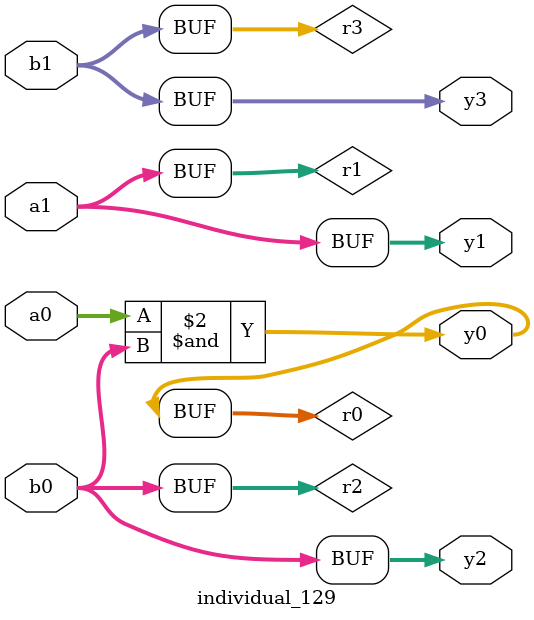
<source format=sv>
module individual_129(input logic [15:0] a1, input logic [15:0] a0, input logic [15:0] b1, input logic [15:0] b0, output logic [15:0] y3, output logic [15:0] y2, output logic [15:0] y1, output logic [15:0] y0);
logic [15:0] r0, r1, r2, r3; 
 always@(*) begin 
	 r0 = a0; r1 = a1; r2 = b0; r3 = b1; 
 	 r0  &=  b0 ;
 	 y3 = r3; y2 = r2; y1 = r1; y0 = r0; 
end
endmodule
</source>
